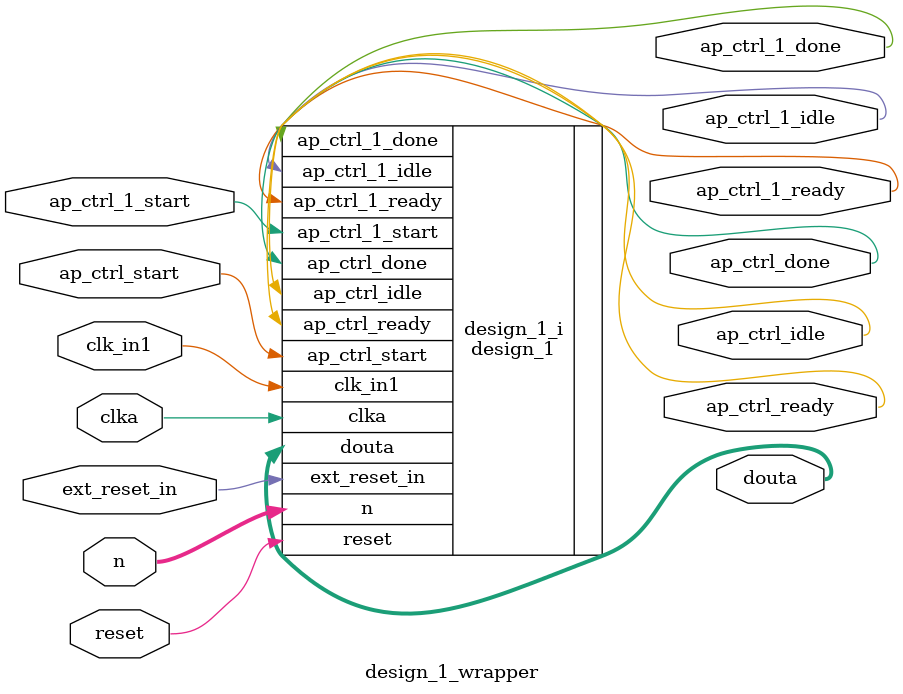
<source format=v>
`timescale 1 ps / 1 ps

module design_1_wrapper
   (ap_ctrl_1_done,
    ap_ctrl_1_idle,
    ap_ctrl_1_ready,
    ap_ctrl_1_start,
    ap_ctrl_done,
    ap_ctrl_idle,
    ap_ctrl_ready,
    ap_ctrl_start,
    clk_in1,
    clka,
    douta,
    ext_reset_in,
    n,
    reset);
  output ap_ctrl_1_done;
  output ap_ctrl_1_idle;
  output ap_ctrl_1_ready;
  input ap_ctrl_1_start;
  output ap_ctrl_done;
  output ap_ctrl_idle;
  output ap_ctrl_ready;
  input ap_ctrl_start;
  input clk_in1;
  input clka;
  output [31:0]douta;
  input ext_reset_in;
  input [31:0]n;
  input reset;

  wire ap_ctrl_1_done;
  wire ap_ctrl_1_idle;
  wire ap_ctrl_1_ready;
  wire ap_ctrl_1_start;
  wire ap_ctrl_done;
  wire ap_ctrl_idle;
  wire ap_ctrl_ready;
  wire ap_ctrl_start;
  wire clk_in1;
  wire clka;
  wire [31:0]douta;
  wire ext_reset_in;
  wire [31:0]n;
  wire reset;

  design_1 design_1_i
       (.ap_ctrl_1_done(ap_ctrl_1_done),
        .ap_ctrl_1_idle(ap_ctrl_1_idle),
        .ap_ctrl_1_ready(ap_ctrl_1_ready),
        .ap_ctrl_1_start(ap_ctrl_1_start),
        .ap_ctrl_done(ap_ctrl_done),
        .ap_ctrl_idle(ap_ctrl_idle),
        .ap_ctrl_ready(ap_ctrl_ready),
        .ap_ctrl_start(ap_ctrl_start),
        .clk_in1(clk_in1),
        .clka(clka),
        .douta(douta),
        .ext_reset_in(ext_reset_in),
        .n(n),
        .reset(reset));
endmodule

</source>
